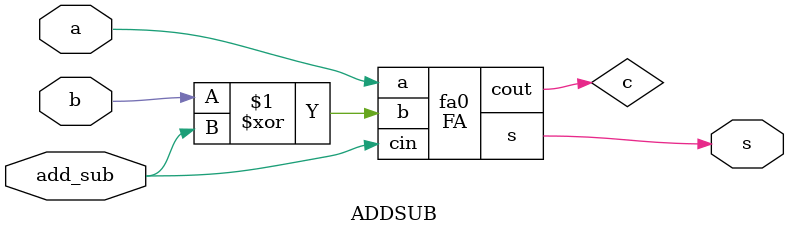
<source format=v>

`include ...


module HD(code_word1, code_word2, out_n);
input [6:0] code_word1;
input [6:0] code_word2;
output signed [5:0] out_n;

wire eb1;
wire signed [3:0] c1;
HD_cwc cwc1(code_word1, eb1, c1);
wire eb2;
wire signed [3:0] c2;
HD_cwc cwc2(code_word2, eb2, c2);

reg signed [5:0] a, b;
reg add_sub;
always @(*) begin
	/*
	a <= (eb1 ? c1 : (c1 << 1));
	b <= (eb1 ? (c2 << 1) : c2);
	add_sub <= eb1 ^ eb2;
	*/
	case ({eb1, eb2})
		2'b00, 2'b01 : a <= (c1 << 1);
		2'b10, 2'b11 : a <= c1;
	endcase
	case ({eb1, eb2})
		2'b00, 2'b01 : b <= c2;
		2'b10, 2'b11 : b <= (c2 << 1);
	endcase
	case ({eb1, eb2})
		2'b00, 2'b11 : add_sub <= 1'b0;
		2'b01, 2'b10 : add_sub <= 1'b1;
	endcase
end

DW01_addsub #(6) addsuber (.A(a), .B(b), .CI(1'b0), .ADD_SUB(add_sub), .SUM(out_n), .CO());
//ADDSUB#(.width(6)) adder(a, b, add_sub, out_n);

endmodule

module HD_cwc(code_word, eb, c); // codeword correction
input [6:0] code_word;
output reg eb; // error bit
output reg signed [3:0] c; // correct original information

wire circle1 = code_word[6] ^ code_word[3] ^ code_word[2] ^ code_word[1];
wire circle2 = code_word[5] ^ code_word[3] ^ code_word[2] ^ code_word[0];
wire circle3 = code_word[4] ^ code_word[3] ^ code_word[1] ^ code_word[0];
always @(*) begin
	eb <= 1'bx;
	c <= code_word[3:0];
	case ({circle1, circle2, circle3})
		3'b111 : begin
			eb <= code_word[3];
			c[3] <= ~code_word[3];
		end
		3'b110 : begin
			eb <= code_word[2];
			c[2] <= ~code_word[2];
		end
		3'b101 : begin
			eb <= code_word[1];
			c[1] <= ~code_word[1];
		end
		3'b011 : begin
			eb <= code_word[0];
			c[0] <= ~code_word[0];
		end
		3'b100 : eb <= code_word[6];
		3'b010 : eb <= code_word[5];
		3'b001 : eb <= code_word[4];
		default : c <= 4'bx;
	endcase
end

/*
wire [7:1] rcw = {code_word[3:1], code_word[6], code_word[0], code_word[5:4]}; // rearranged clock word
wire circle1 = rcw[4] ^ rcw[7] ^ rcw[6] ^ rcw[5];
wire circle2 = rcw[2] ^ rcw[7] ^ rcw[6] ^ rcw[3];
wire circle3 = rcw[1] ^ rcw[7] ^ rcw[5] ^ rcw[3];
wire [2:0] ep = {circle1, circle2, circle3}; // error position
always @(*) begin
	eb <= rcw[ep];
	c <= {rcw[7:5], rcw[3]};
	case (ep)
		3'd7 : c[3] <= ~rcw[7];
		3'd6 : c[2] <= ~rcw[6];
		3'd5 : c[1] <= ~rcw[5];
		3'd3 : c[0] <= ~rcw[3];
	endcase
end
*/

/*
wire circle1 = code_word[6] ^ code_word[3] ^ code_word[2] ^ code_word[1];
wire circle2 = code_word[5] ^ code_word[3] ^ code_word[2] ^ code_word[0];
wire circle3 = code_word[4] ^ code_word[3] ^ code_word[1] ^ code_word[0];
reg [6:0] err;
always @(*) begin
	err <= 7'b0;
	case ({circle1, circle2, circle3})
		3'b111 : err[3] <= 1'b1;
		3'b110 : err[2] <= 1'b1;
		3'b101 : err[1] <= 1'b1;
		3'b011 : err[0] <= 1'b1;
		3'b100 : err[6] <= 1'b1;
		3'b010 : err[5] <= 1'b1;
		3'b001 : err[4] <= 1'b1;
		default : err <= 7'bx;
	endcase
end
always @(*) begin
	eb <= |(code_word & err);
	c <= code_word[3:0] ^ err[3:0];
end
*/

endmodule

module HA(a, b, s, c);
input a;
input b;
output s;
output c;

assign s = a ^ b;
assign c = a & b;
endmodule

module FA(a, b, cin, s, cout);
input a;
input b;
input cin;
output s;
output cout;

wire s1, c1;
HA ha1(a, b, s1, c1);
wire s2, c2;
HA ha2(s1, cin, s2, c2);
assign s = s2;
assign cout = c1 | c2;
endmodule

module ADDSUB#(parameter width = 1) (a, b, add_sub, s);
input [width - 1:0] a;
input [width - 1:0] b;
input add_sub;
output [width - 1:0] s;

wire [width - 1:0] c;
FA fa0(a[0], b[0] ^ add_sub, add_sub, s[0], c[0]);
genvar gv_i;
generate
	for (gv_i = 1; gv_i < width; gv_i = gv_i + 1) begin
		FA fa(a[gv_i], b[gv_i] ^ add_sub, c[gv_i - 1], s[gv_i], c[gv_i]);
	end
endgenerate
endmodule






</source>
